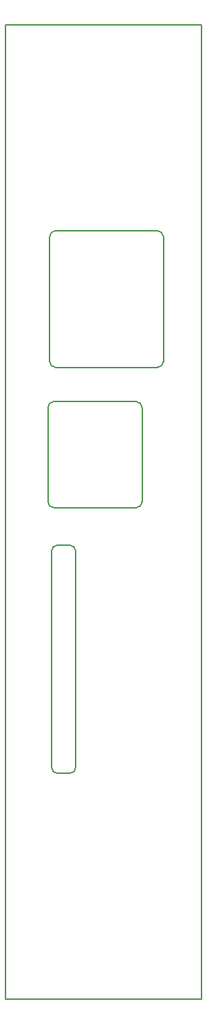
<source format=gko>
G04 ================== begin FILE IDENTIFICATION RECORD ==================*
G04 Layout Name:  front_panel.brd*
G04 Film Name:    OUTLINE*
G04 File Format:  Gerber RS274X*
G04 File Origin:  Cadence Allegro 17.2-S057*
G04 Origin Date:  Wed Aug 07 22:13:20 2019*
G04 *
G04 Layer:  BOARD GEOMETRY/DESIGN_OUTLINE*
G04 Layer:  BOARD GEOMETRY/CUTOUT*
G04 *
G04 Offset:    (0.00 0.00)*
G04 Mirror:    No*
G04 Mode:      Positive*
G04 Rotation:  0*
G04 FullContactRelief:  No*
G04 UndefLineWidth:     5.00*
G04 ================== end FILE IDENTIFICATION RECORD ====================*
%FSLAX25Y25*MOIN*%
%IR0*IPPOS*OFA0.00000B0.00000*MIA0B0*SFA1.00000B1.00000*%
%ADD10C,.005*%
G75*
%LPD*%
G75*
G54D10*
G01X-47500Y-235000D02*
Y235000D01*
X47500D01*
Y-235000D01*
X-47500D01*
G01X-13392Y-123136D02*
Y-18936D01*
G03X-16392Y-15936I-3000J0D01*
G01X-22192D01*
G03X-25192Y-18936I0J-3000D01*
G01Y-123136D01*
G03X-22192Y-126136I3000J0D01*
G01X-16392D01*
G03X-13392Y-123136I0J3000D01*
G01X18755Y5015D02*
Y50315D01*
G03X15755Y53315I-3000J0D01*
G01X-23945D01*
G03X-26945Y50315I0J-3000D01*
G01Y5015D01*
G03X-23945Y2015I3000J0D01*
G01X15755D01*
G03X18755Y5015I0J3000D01*
G01X29076Y72705D02*
Y132705D01*
G03X26076Y135705I-3000J0D01*
G01X-23124D01*
G03X-26124Y132705I0J-3000D01*
G01Y72705D01*
G03X-23124Y69705I3000J0D01*
G01X26076D01*
G03X29076Y72705I0J3000D01*
M02*

</source>
